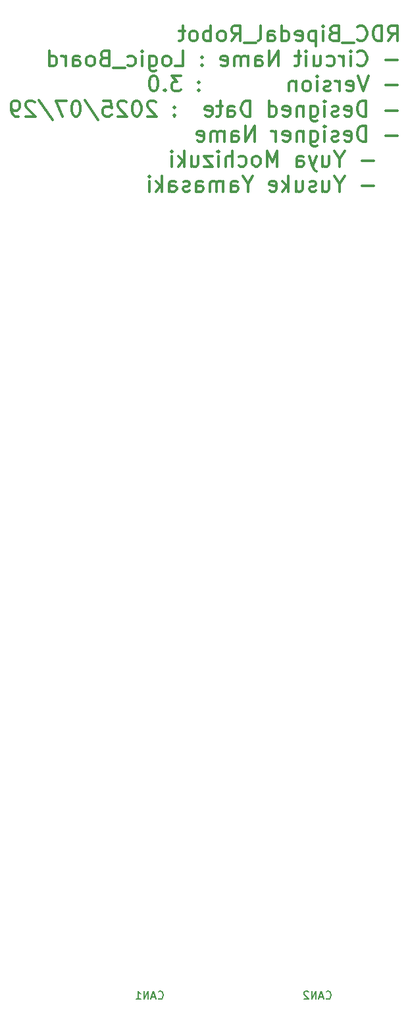
<source format=gbr>
%TF.GenerationSoftware,KiCad,Pcbnew,9.0.2*%
%TF.CreationDate,2025-09-29T11:38:53+09:00*%
%TF.ProjectId,RDC_Humanoid_Logic,5244435f-4875-46d6-916e-6f69645f4c6f,rev?*%
%TF.SameCoordinates,Original*%
%TF.FileFunction,Legend,Bot*%
%TF.FilePolarity,Positive*%
%FSLAX46Y46*%
G04 Gerber Fmt 4.6, Leading zero omitted, Abs format (unit mm)*
G04 Created by KiCad (PCBNEW 9.0.2) date 2025-09-29 11:38:53*
%MOMM*%
%LPD*%
G01*
G04 APERTURE LIST*
%ADD10C,0.150000*%
%ADD11C,0.300000*%
G04 APERTURE END LIST*
D10*
X196171792Y-156654580D02*
X196219411Y-156702200D01*
X196219411Y-156702200D02*
X196362268Y-156749819D01*
X196362268Y-156749819D02*
X196457506Y-156749819D01*
X196457506Y-156749819D02*
X196600363Y-156702200D01*
X196600363Y-156702200D02*
X196695601Y-156606961D01*
X196695601Y-156606961D02*
X196743220Y-156511723D01*
X196743220Y-156511723D02*
X196790839Y-156321247D01*
X196790839Y-156321247D02*
X196790839Y-156178390D01*
X196790839Y-156178390D02*
X196743220Y-155987914D01*
X196743220Y-155987914D02*
X196695601Y-155892676D01*
X196695601Y-155892676D02*
X196600363Y-155797438D01*
X196600363Y-155797438D02*
X196457506Y-155749819D01*
X196457506Y-155749819D02*
X196362268Y-155749819D01*
X196362268Y-155749819D02*
X196219411Y-155797438D01*
X196219411Y-155797438D02*
X196171792Y-155845057D01*
X195790839Y-156464104D02*
X195314649Y-156464104D01*
X195886077Y-156749819D02*
X195552744Y-155749819D01*
X195552744Y-155749819D02*
X195219411Y-156749819D01*
X194886077Y-156749819D02*
X194886077Y-155749819D01*
X194886077Y-155749819D02*
X194314649Y-156749819D01*
X194314649Y-156749819D02*
X194314649Y-155749819D01*
X193886077Y-155845057D02*
X193838458Y-155797438D01*
X193838458Y-155797438D02*
X193743220Y-155749819D01*
X193743220Y-155749819D02*
X193505125Y-155749819D01*
X193505125Y-155749819D02*
X193409887Y-155797438D01*
X193409887Y-155797438D02*
X193362268Y-155845057D01*
X193362268Y-155845057D02*
X193314649Y-155940295D01*
X193314649Y-155940295D02*
X193314649Y-156035533D01*
X193314649Y-156035533D02*
X193362268Y-156178390D01*
X193362268Y-156178390D02*
X193933696Y-156749819D01*
X193933696Y-156749819D02*
X193314649Y-156749819D01*
X174581792Y-156654580D02*
X174629411Y-156702200D01*
X174629411Y-156702200D02*
X174772268Y-156749819D01*
X174772268Y-156749819D02*
X174867506Y-156749819D01*
X174867506Y-156749819D02*
X175010363Y-156702200D01*
X175010363Y-156702200D02*
X175105601Y-156606961D01*
X175105601Y-156606961D02*
X175153220Y-156511723D01*
X175153220Y-156511723D02*
X175200839Y-156321247D01*
X175200839Y-156321247D02*
X175200839Y-156178390D01*
X175200839Y-156178390D02*
X175153220Y-155987914D01*
X175153220Y-155987914D02*
X175105601Y-155892676D01*
X175105601Y-155892676D02*
X175010363Y-155797438D01*
X175010363Y-155797438D02*
X174867506Y-155749819D01*
X174867506Y-155749819D02*
X174772268Y-155749819D01*
X174772268Y-155749819D02*
X174629411Y-155797438D01*
X174629411Y-155797438D02*
X174581792Y-155845057D01*
X174200839Y-156464104D02*
X173724649Y-156464104D01*
X174296077Y-156749819D02*
X173962744Y-155749819D01*
X173962744Y-155749819D02*
X173629411Y-156749819D01*
X173296077Y-156749819D02*
X173296077Y-155749819D01*
X173296077Y-155749819D02*
X172724649Y-156749819D01*
X172724649Y-156749819D02*
X172724649Y-155749819D01*
X171724649Y-156749819D02*
X172296077Y-156749819D01*
X172010363Y-156749819D02*
X172010363Y-155749819D01*
X172010363Y-155749819D02*
X172105601Y-155892676D01*
X172105601Y-155892676D02*
X172200839Y-155987914D01*
X172200839Y-155987914D02*
X172296077Y-156035533D01*
D11*
X204183584Y-33670310D02*
X204850251Y-32717929D01*
X205326441Y-33670310D02*
X205326441Y-31670310D01*
X205326441Y-31670310D02*
X204564536Y-31670310D01*
X204564536Y-31670310D02*
X204374060Y-31765548D01*
X204374060Y-31765548D02*
X204278822Y-31860786D01*
X204278822Y-31860786D02*
X204183584Y-32051262D01*
X204183584Y-32051262D02*
X204183584Y-32336976D01*
X204183584Y-32336976D02*
X204278822Y-32527452D01*
X204278822Y-32527452D02*
X204374060Y-32622691D01*
X204374060Y-32622691D02*
X204564536Y-32717929D01*
X204564536Y-32717929D02*
X205326441Y-32717929D01*
X203326441Y-33670310D02*
X203326441Y-31670310D01*
X203326441Y-31670310D02*
X202850251Y-31670310D01*
X202850251Y-31670310D02*
X202564536Y-31765548D01*
X202564536Y-31765548D02*
X202374060Y-31956024D01*
X202374060Y-31956024D02*
X202278822Y-32146500D01*
X202278822Y-32146500D02*
X202183584Y-32527452D01*
X202183584Y-32527452D02*
X202183584Y-32813167D01*
X202183584Y-32813167D02*
X202278822Y-33194119D01*
X202278822Y-33194119D02*
X202374060Y-33384595D01*
X202374060Y-33384595D02*
X202564536Y-33575072D01*
X202564536Y-33575072D02*
X202850251Y-33670310D01*
X202850251Y-33670310D02*
X203326441Y-33670310D01*
X200183584Y-33479833D02*
X200278822Y-33575072D01*
X200278822Y-33575072D02*
X200564536Y-33670310D01*
X200564536Y-33670310D02*
X200755012Y-33670310D01*
X200755012Y-33670310D02*
X201040727Y-33575072D01*
X201040727Y-33575072D02*
X201231203Y-33384595D01*
X201231203Y-33384595D02*
X201326441Y-33194119D01*
X201326441Y-33194119D02*
X201421679Y-32813167D01*
X201421679Y-32813167D02*
X201421679Y-32527452D01*
X201421679Y-32527452D02*
X201326441Y-32146500D01*
X201326441Y-32146500D02*
X201231203Y-31956024D01*
X201231203Y-31956024D02*
X201040727Y-31765548D01*
X201040727Y-31765548D02*
X200755012Y-31670310D01*
X200755012Y-31670310D02*
X200564536Y-31670310D01*
X200564536Y-31670310D02*
X200278822Y-31765548D01*
X200278822Y-31765548D02*
X200183584Y-31860786D01*
X199802632Y-33860786D02*
X198278822Y-33860786D01*
X197135964Y-32622691D02*
X196850250Y-32717929D01*
X196850250Y-32717929D02*
X196755012Y-32813167D01*
X196755012Y-32813167D02*
X196659774Y-33003643D01*
X196659774Y-33003643D02*
X196659774Y-33289357D01*
X196659774Y-33289357D02*
X196755012Y-33479833D01*
X196755012Y-33479833D02*
X196850250Y-33575072D01*
X196850250Y-33575072D02*
X197040726Y-33670310D01*
X197040726Y-33670310D02*
X197802631Y-33670310D01*
X197802631Y-33670310D02*
X197802631Y-31670310D01*
X197802631Y-31670310D02*
X197135964Y-31670310D01*
X197135964Y-31670310D02*
X196945488Y-31765548D01*
X196945488Y-31765548D02*
X196850250Y-31860786D01*
X196850250Y-31860786D02*
X196755012Y-32051262D01*
X196755012Y-32051262D02*
X196755012Y-32241738D01*
X196755012Y-32241738D02*
X196850250Y-32432214D01*
X196850250Y-32432214D02*
X196945488Y-32527452D01*
X196945488Y-32527452D02*
X197135964Y-32622691D01*
X197135964Y-32622691D02*
X197802631Y-32622691D01*
X195802631Y-33670310D02*
X195802631Y-32336976D01*
X195802631Y-31670310D02*
X195897869Y-31765548D01*
X195897869Y-31765548D02*
X195802631Y-31860786D01*
X195802631Y-31860786D02*
X195707393Y-31765548D01*
X195707393Y-31765548D02*
X195802631Y-31670310D01*
X195802631Y-31670310D02*
X195802631Y-31860786D01*
X194850250Y-32336976D02*
X194850250Y-34336976D01*
X194850250Y-32432214D02*
X194659774Y-32336976D01*
X194659774Y-32336976D02*
X194278821Y-32336976D01*
X194278821Y-32336976D02*
X194088345Y-32432214D01*
X194088345Y-32432214D02*
X193993107Y-32527452D01*
X193993107Y-32527452D02*
X193897869Y-32717929D01*
X193897869Y-32717929D02*
X193897869Y-33289357D01*
X193897869Y-33289357D02*
X193993107Y-33479833D01*
X193993107Y-33479833D02*
X194088345Y-33575072D01*
X194088345Y-33575072D02*
X194278821Y-33670310D01*
X194278821Y-33670310D02*
X194659774Y-33670310D01*
X194659774Y-33670310D02*
X194850250Y-33575072D01*
X192278821Y-33575072D02*
X192469297Y-33670310D01*
X192469297Y-33670310D02*
X192850250Y-33670310D01*
X192850250Y-33670310D02*
X193040726Y-33575072D01*
X193040726Y-33575072D02*
X193135964Y-33384595D01*
X193135964Y-33384595D02*
X193135964Y-32622691D01*
X193135964Y-32622691D02*
X193040726Y-32432214D01*
X193040726Y-32432214D02*
X192850250Y-32336976D01*
X192850250Y-32336976D02*
X192469297Y-32336976D01*
X192469297Y-32336976D02*
X192278821Y-32432214D01*
X192278821Y-32432214D02*
X192183583Y-32622691D01*
X192183583Y-32622691D02*
X192183583Y-32813167D01*
X192183583Y-32813167D02*
X193135964Y-33003643D01*
X190469297Y-33670310D02*
X190469297Y-31670310D01*
X190469297Y-33575072D02*
X190659773Y-33670310D01*
X190659773Y-33670310D02*
X191040726Y-33670310D01*
X191040726Y-33670310D02*
X191231202Y-33575072D01*
X191231202Y-33575072D02*
X191326440Y-33479833D01*
X191326440Y-33479833D02*
X191421678Y-33289357D01*
X191421678Y-33289357D02*
X191421678Y-32717929D01*
X191421678Y-32717929D02*
X191326440Y-32527452D01*
X191326440Y-32527452D02*
X191231202Y-32432214D01*
X191231202Y-32432214D02*
X191040726Y-32336976D01*
X191040726Y-32336976D02*
X190659773Y-32336976D01*
X190659773Y-32336976D02*
X190469297Y-32432214D01*
X188659773Y-33670310D02*
X188659773Y-32622691D01*
X188659773Y-32622691D02*
X188755011Y-32432214D01*
X188755011Y-32432214D02*
X188945487Y-32336976D01*
X188945487Y-32336976D02*
X189326440Y-32336976D01*
X189326440Y-32336976D02*
X189516916Y-32432214D01*
X188659773Y-33575072D02*
X188850249Y-33670310D01*
X188850249Y-33670310D02*
X189326440Y-33670310D01*
X189326440Y-33670310D02*
X189516916Y-33575072D01*
X189516916Y-33575072D02*
X189612154Y-33384595D01*
X189612154Y-33384595D02*
X189612154Y-33194119D01*
X189612154Y-33194119D02*
X189516916Y-33003643D01*
X189516916Y-33003643D02*
X189326440Y-32908405D01*
X189326440Y-32908405D02*
X188850249Y-32908405D01*
X188850249Y-32908405D02*
X188659773Y-32813167D01*
X187421678Y-33670310D02*
X187612154Y-33575072D01*
X187612154Y-33575072D02*
X187707392Y-33384595D01*
X187707392Y-33384595D02*
X187707392Y-31670310D01*
X187135964Y-33860786D02*
X185612154Y-33860786D01*
X183993106Y-33670310D02*
X184659773Y-32717929D01*
X185135963Y-33670310D02*
X185135963Y-31670310D01*
X185135963Y-31670310D02*
X184374058Y-31670310D01*
X184374058Y-31670310D02*
X184183582Y-31765548D01*
X184183582Y-31765548D02*
X184088344Y-31860786D01*
X184088344Y-31860786D02*
X183993106Y-32051262D01*
X183993106Y-32051262D02*
X183993106Y-32336976D01*
X183993106Y-32336976D02*
X184088344Y-32527452D01*
X184088344Y-32527452D02*
X184183582Y-32622691D01*
X184183582Y-32622691D02*
X184374058Y-32717929D01*
X184374058Y-32717929D02*
X185135963Y-32717929D01*
X182850249Y-33670310D02*
X183040725Y-33575072D01*
X183040725Y-33575072D02*
X183135963Y-33479833D01*
X183135963Y-33479833D02*
X183231201Y-33289357D01*
X183231201Y-33289357D02*
X183231201Y-32717929D01*
X183231201Y-32717929D02*
X183135963Y-32527452D01*
X183135963Y-32527452D02*
X183040725Y-32432214D01*
X183040725Y-32432214D02*
X182850249Y-32336976D01*
X182850249Y-32336976D02*
X182564534Y-32336976D01*
X182564534Y-32336976D02*
X182374058Y-32432214D01*
X182374058Y-32432214D02*
X182278820Y-32527452D01*
X182278820Y-32527452D02*
X182183582Y-32717929D01*
X182183582Y-32717929D02*
X182183582Y-33289357D01*
X182183582Y-33289357D02*
X182278820Y-33479833D01*
X182278820Y-33479833D02*
X182374058Y-33575072D01*
X182374058Y-33575072D02*
X182564534Y-33670310D01*
X182564534Y-33670310D02*
X182850249Y-33670310D01*
X181326439Y-33670310D02*
X181326439Y-31670310D01*
X181326439Y-32432214D02*
X181135963Y-32336976D01*
X181135963Y-32336976D02*
X180755010Y-32336976D01*
X180755010Y-32336976D02*
X180564534Y-32432214D01*
X180564534Y-32432214D02*
X180469296Y-32527452D01*
X180469296Y-32527452D02*
X180374058Y-32717929D01*
X180374058Y-32717929D02*
X180374058Y-33289357D01*
X180374058Y-33289357D02*
X180469296Y-33479833D01*
X180469296Y-33479833D02*
X180564534Y-33575072D01*
X180564534Y-33575072D02*
X180755010Y-33670310D01*
X180755010Y-33670310D02*
X181135963Y-33670310D01*
X181135963Y-33670310D02*
X181326439Y-33575072D01*
X179231201Y-33670310D02*
X179421677Y-33575072D01*
X179421677Y-33575072D02*
X179516915Y-33479833D01*
X179516915Y-33479833D02*
X179612153Y-33289357D01*
X179612153Y-33289357D02*
X179612153Y-32717929D01*
X179612153Y-32717929D02*
X179516915Y-32527452D01*
X179516915Y-32527452D02*
X179421677Y-32432214D01*
X179421677Y-32432214D02*
X179231201Y-32336976D01*
X179231201Y-32336976D02*
X178945486Y-32336976D01*
X178945486Y-32336976D02*
X178755010Y-32432214D01*
X178755010Y-32432214D02*
X178659772Y-32527452D01*
X178659772Y-32527452D02*
X178564534Y-32717929D01*
X178564534Y-32717929D02*
X178564534Y-33289357D01*
X178564534Y-33289357D02*
X178659772Y-33479833D01*
X178659772Y-33479833D02*
X178755010Y-33575072D01*
X178755010Y-33575072D02*
X178945486Y-33670310D01*
X178945486Y-33670310D02*
X179231201Y-33670310D01*
X177993105Y-32336976D02*
X177231201Y-32336976D01*
X177707391Y-31670310D02*
X177707391Y-33384595D01*
X177707391Y-33384595D02*
X177612153Y-33575072D01*
X177612153Y-33575072D02*
X177421677Y-33670310D01*
X177421677Y-33670310D02*
X177231201Y-33670310D01*
X205326441Y-36128293D02*
X203802632Y-36128293D01*
X200183584Y-36699721D02*
X200278822Y-36794960D01*
X200278822Y-36794960D02*
X200564536Y-36890198D01*
X200564536Y-36890198D02*
X200755012Y-36890198D01*
X200755012Y-36890198D02*
X201040727Y-36794960D01*
X201040727Y-36794960D02*
X201231203Y-36604483D01*
X201231203Y-36604483D02*
X201326441Y-36414007D01*
X201326441Y-36414007D02*
X201421679Y-36033055D01*
X201421679Y-36033055D02*
X201421679Y-35747340D01*
X201421679Y-35747340D02*
X201326441Y-35366388D01*
X201326441Y-35366388D02*
X201231203Y-35175912D01*
X201231203Y-35175912D02*
X201040727Y-34985436D01*
X201040727Y-34985436D02*
X200755012Y-34890198D01*
X200755012Y-34890198D02*
X200564536Y-34890198D01*
X200564536Y-34890198D02*
X200278822Y-34985436D01*
X200278822Y-34985436D02*
X200183584Y-35080674D01*
X199326441Y-36890198D02*
X199326441Y-35556864D01*
X199326441Y-34890198D02*
X199421679Y-34985436D01*
X199421679Y-34985436D02*
X199326441Y-35080674D01*
X199326441Y-35080674D02*
X199231203Y-34985436D01*
X199231203Y-34985436D02*
X199326441Y-34890198D01*
X199326441Y-34890198D02*
X199326441Y-35080674D01*
X198374060Y-36890198D02*
X198374060Y-35556864D01*
X198374060Y-35937817D02*
X198278822Y-35747340D01*
X198278822Y-35747340D02*
X198183584Y-35652102D01*
X198183584Y-35652102D02*
X197993108Y-35556864D01*
X197993108Y-35556864D02*
X197802631Y-35556864D01*
X196278822Y-36794960D02*
X196469298Y-36890198D01*
X196469298Y-36890198D02*
X196850251Y-36890198D01*
X196850251Y-36890198D02*
X197040727Y-36794960D01*
X197040727Y-36794960D02*
X197135965Y-36699721D01*
X197135965Y-36699721D02*
X197231203Y-36509245D01*
X197231203Y-36509245D02*
X197231203Y-35937817D01*
X197231203Y-35937817D02*
X197135965Y-35747340D01*
X197135965Y-35747340D02*
X197040727Y-35652102D01*
X197040727Y-35652102D02*
X196850251Y-35556864D01*
X196850251Y-35556864D02*
X196469298Y-35556864D01*
X196469298Y-35556864D02*
X196278822Y-35652102D01*
X194564536Y-35556864D02*
X194564536Y-36890198D01*
X195421679Y-35556864D02*
X195421679Y-36604483D01*
X195421679Y-36604483D02*
X195326441Y-36794960D01*
X195326441Y-36794960D02*
X195135965Y-36890198D01*
X195135965Y-36890198D02*
X194850250Y-36890198D01*
X194850250Y-36890198D02*
X194659774Y-36794960D01*
X194659774Y-36794960D02*
X194564536Y-36699721D01*
X193612155Y-36890198D02*
X193612155Y-35556864D01*
X193612155Y-34890198D02*
X193707393Y-34985436D01*
X193707393Y-34985436D02*
X193612155Y-35080674D01*
X193612155Y-35080674D02*
X193516917Y-34985436D01*
X193516917Y-34985436D02*
X193612155Y-34890198D01*
X193612155Y-34890198D02*
X193612155Y-35080674D01*
X192945488Y-35556864D02*
X192183584Y-35556864D01*
X192659774Y-34890198D02*
X192659774Y-36604483D01*
X192659774Y-36604483D02*
X192564536Y-36794960D01*
X192564536Y-36794960D02*
X192374060Y-36890198D01*
X192374060Y-36890198D02*
X192183584Y-36890198D01*
X189993107Y-36890198D02*
X189993107Y-34890198D01*
X189993107Y-34890198D02*
X188850250Y-36890198D01*
X188850250Y-36890198D02*
X188850250Y-34890198D01*
X187040726Y-36890198D02*
X187040726Y-35842579D01*
X187040726Y-35842579D02*
X187135964Y-35652102D01*
X187135964Y-35652102D02*
X187326440Y-35556864D01*
X187326440Y-35556864D02*
X187707393Y-35556864D01*
X187707393Y-35556864D02*
X187897869Y-35652102D01*
X187040726Y-36794960D02*
X187231202Y-36890198D01*
X187231202Y-36890198D02*
X187707393Y-36890198D01*
X187707393Y-36890198D02*
X187897869Y-36794960D01*
X187897869Y-36794960D02*
X187993107Y-36604483D01*
X187993107Y-36604483D02*
X187993107Y-36414007D01*
X187993107Y-36414007D02*
X187897869Y-36223531D01*
X187897869Y-36223531D02*
X187707393Y-36128293D01*
X187707393Y-36128293D02*
X187231202Y-36128293D01*
X187231202Y-36128293D02*
X187040726Y-36033055D01*
X186088345Y-36890198D02*
X186088345Y-35556864D01*
X186088345Y-35747340D02*
X185993107Y-35652102D01*
X185993107Y-35652102D02*
X185802631Y-35556864D01*
X185802631Y-35556864D02*
X185516916Y-35556864D01*
X185516916Y-35556864D02*
X185326440Y-35652102D01*
X185326440Y-35652102D02*
X185231202Y-35842579D01*
X185231202Y-35842579D02*
X185231202Y-36890198D01*
X185231202Y-35842579D02*
X185135964Y-35652102D01*
X185135964Y-35652102D02*
X184945488Y-35556864D01*
X184945488Y-35556864D02*
X184659774Y-35556864D01*
X184659774Y-35556864D02*
X184469297Y-35652102D01*
X184469297Y-35652102D02*
X184374059Y-35842579D01*
X184374059Y-35842579D02*
X184374059Y-36890198D01*
X182659773Y-36794960D02*
X182850249Y-36890198D01*
X182850249Y-36890198D02*
X183231202Y-36890198D01*
X183231202Y-36890198D02*
X183421678Y-36794960D01*
X183421678Y-36794960D02*
X183516916Y-36604483D01*
X183516916Y-36604483D02*
X183516916Y-35842579D01*
X183516916Y-35842579D02*
X183421678Y-35652102D01*
X183421678Y-35652102D02*
X183231202Y-35556864D01*
X183231202Y-35556864D02*
X182850249Y-35556864D01*
X182850249Y-35556864D02*
X182659773Y-35652102D01*
X182659773Y-35652102D02*
X182564535Y-35842579D01*
X182564535Y-35842579D02*
X182564535Y-36033055D01*
X182564535Y-36033055D02*
X183516916Y-36223531D01*
X180183582Y-36699721D02*
X180088344Y-36794960D01*
X180088344Y-36794960D02*
X180183582Y-36890198D01*
X180183582Y-36890198D02*
X180278820Y-36794960D01*
X180278820Y-36794960D02*
X180183582Y-36699721D01*
X180183582Y-36699721D02*
X180183582Y-36890198D01*
X180183582Y-35652102D02*
X180088344Y-35747340D01*
X180088344Y-35747340D02*
X180183582Y-35842579D01*
X180183582Y-35842579D02*
X180278820Y-35747340D01*
X180278820Y-35747340D02*
X180183582Y-35652102D01*
X180183582Y-35652102D02*
X180183582Y-35842579D01*
X176755010Y-36890198D02*
X177707391Y-36890198D01*
X177707391Y-36890198D02*
X177707391Y-34890198D01*
X175802629Y-36890198D02*
X175993105Y-36794960D01*
X175993105Y-36794960D02*
X176088343Y-36699721D01*
X176088343Y-36699721D02*
X176183581Y-36509245D01*
X176183581Y-36509245D02*
X176183581Y-35937817D01*
X176183581Y-35937817D02*
X176088343Y-35747340D01*
X176088343Y-35747340D02*
X175993105Y-35652102D01*
X175993105Y-35652102D02*
X175802629Y-35556864D01*
X175802629Y-35556864D02*
X175516914Y-35556864D01*
X175516914Y-35556864D02*
X175326438Y-35652102D01*
X175326438Y-35652102D02*
X175231200Y-35747340D01*
X175231200Y-35747340D02*
X175135962Y-35937817D01*
X175135962Y-35937817D02*
X175135962Y-36509245D01*
X175135962Y-36509245D02*
X175231200Y-36699721D01*
X175231200Y-36699721D02*
X175326438Y-36794960D01*
X175326438Y-36794960D02*
X175516914Y-36890198D01*
X175516914Y-36890198D02*
X175802629Y-36890198D01*
X173421676Y-35556864D02*
X173421676Y-37175912D01*
X173421676Y-37175912D02*
X173516914Y-37366388D01*
X173516914Y-37366388D02*
X173612152Y-37461626D01*
X173612152Y-37461626D02*
X173802629Y-37556864D01*
X173802629Y-37556864D02*
X174088343Y-37556864D01*
X174088343Y-37556864D02*
X174278819Y-37461626D01*
X173421676Y-36794960D02*
X173612152Y-36890198D01*
X173612152Y-36890198D02*
X173993105Y-36890198D01*
X173993105Y-36890198D02*
X174183581Y-36794960D01*
X174183581Y-36794960D02*
X174278819Y-36699721D01*
X174278819Y-36699721D02*
X174374057Y-36509245D01*
X174374057Y-36509245D02*
X174374057Y-35937817D01*
X174374057Y-35937817D02*
X174278819Y-35747340D01*
X174278819Y-35747340D02*
X174183581Y-35652102D01*
X174183581Y-35652102D02*
X173993105Y-35556864D01*
X173993105Y-35556864D02*
X173612152Y-35556864D01*
X173612152Y-35556864D02*
X173421676Y-35652102D01*
X172469295Y-36890198D02*
X172469295Y-35556864D01*
X172469295Y-34890198D02*
X172564533Y-34985436D01*
X172564533Y-34985436D02*
X172469295Y-35080674D01*
X172469295Y-35080674D02*
X172374057Y-34985436D01*
X172374057Y-34985436D02*
X172469295Y-34890198D01*
X172469295Y-34890198D02*
X172469295Y-35080674D01*
X170659771Y-36794960D02*
X170850247Y-36890198D01*
X170850247Y-36890198D02*
X171231200Y-36890198D01*
X171231200Y-36890198D02*
X171421676Y-36794960D01*
X171421676Y-36794960D02*
X171516914Y-36699721D01*
X171516914Y-36699721D02*
X171612152Y-36509245D01*
X171612152Y-36509245D02*
X171612152Y-35937817D01*
X171612152Y-35937817D02*
X171516914Y-35747340D01*
X171516914Y-35747340D02*
X171421676Y-35652102D01*
X171421676Y-35652102D02*
X171231200Y-35556864D01*
X171231200Y-35556864D02*
X170850247Y-35556864D01*
X170850247Y-35556864D02*
X170659771Y-35652102D01*
X170278819Y-37080674D02*
X168755009Y-37080674D01*
X167612151Y-35842579D02*
X167326437Y-35937817D01*
X167326437Y-35937817D02*
X167231199Y-36033055D01*
X167231199Y-36033055D02*
X167135961Y-36223531D01*
X167135961Y-36223531D02*
X167135961Y-36509245D01*
X167135961Y-36509245D02*
X167231199Y-36699721D01*
X167231199Y-36699721D02*
X167326437Y-36794960D01*
X167326437Y-36794960D02*
X167516913Y-36890198D01*
X167516913Y-36890198D02*
X168278818Y-36890198D01*
X168278818Y-36890198D02*
X168278818Y-34890198D01*
X168278818Y-34890198D02*
X167612151Y-34890198D01*
X167612151Y-34890198D02*
X167421675Y-34985436D01*
X167421675Y-34985436D02*
X167326437Y-35080674D01*
X167326437Y-35080674D02*
X167231199Y-35271150D01*
X167231199Y-35271150D02*
X167231199Y-35461626D01*
X167231199Y-35461626D02*
X167326437Y-35652102D01*
X167326437Y-35652102D02*
X167421675Y-35747340D01*
X167421675Y-35747340D02*
X167612151Y-35842579D01*
X167612151Y-35842579D02*
X168278818Y-35842579D01*
X165993104Y-36890198D02*
X166183580Y-36794960D01*
X166183580Y-36794960D02*
X166278818Y-36699721D01*
X166278818Y-36699721D02*
X166374056Y-36509245D01*
X166374056Y-36509245D02*
X166374056Y-35937817D01*
X166374056Y-35937817D02*
X166278818Y-35747340D01*
X166278818Y-35747340D02*
X166183580Y-35652102D01*
X166183580Y-35652102D02*
X165993104Y-35556864D01*
X165993104Y-35556864D02*
X165707389Y-35556864D01*
X165707389Y-35556864D02*
X165516913Y-35652102D01*
X165516913Y-35652102D02*
X165421675Y-35747340D01*
X165421675Y-35747340D02*
X165326437Y-35937817D01*
X165326437Y-35937817D02*
X165326437Y-36509245D01*
X165326437Y-36509245D02*
X165421675Y-36699721D01*
X165421675Y-36699721D02*
X165516913Y-36794960D01*
X165516913Y-36794960D02*
X165707389Y-36890198D01*
X165707389Y-36890198D02*
X165993104Y-36890198D01*
X163612151Y-36890198D02*
X163612151Y-35842579D01*
X163612151Y-35842579D02*
X163707389Y-35652102D01*
X163707389Y-35652102D02*
X163897865Y-35556864D01*
X163897865Y-35556864D02*
X164278818Y-35556864D01*
X164278818Y-35556864D02*
X164469294Y-35652102D01*
X163612151Y-36794960D02*
X163802627Y-36890198D01*
X163802627Y-36890198D02*
X164278818Y-36890198D01*
X164278818Y-36890198D02*
X164469294Y-36794960D01*
X164469294Y-36794960D02*
X164564532Y-36604483D01*
X164564532Y-36604483D02*
X164564532Y-36414007D01*
X164564532Y-36414007D02*
X164469294Y-36223531D01*
X164469294Y-36223531D02*
X164278818Y-36128293D01*
X164278818Y-36128293D02*
X163802627Y-36128293D01*
X163802627Y-36128293D02*
X163612151Y-36033055D01*
X162659770Y-36890198D02*
X162659770Y-35556864D01*
X162659770Y-35937817D02*
X162564532Y-35747340D01*
X162564532Y-35747340D02*
X162469294Y-35652102D01*
X162469294Y-35652102D02*
X162278818Y-35556864D01*
X162278818Y-35556864D02*
X162088341Y-35556864D01*
X160564532Y-36890198D02*
X160564532Y-34890198D01*
X160564532Y-36794960D02*
X160755008Y-36890198D01*
X160755008Y-36890198D02*
X161135961Y-36890198D01*
X161135961Y-36890198D02*
X161326437Y-36794960D01*
X161326437Y-36794960D02*
X161421675Y-36699721D01*
X161421675Y-36699721D02*
X161516913Y-36509245D01*
X161516913Y-36509245D02*
X161516913Y-35937817D01*
X161516913Y-35937817D02*
X161421675Y-35747340D01*
X161421675Y-35747340D02*
X161326437Y-35652102D01*
X161326437Y-35652102D02*
X161135961Y-35556864D01*
X161135961Y-35556864D02*
X160755008Y-35556864D01*
X160755008Y-35556864D02*
X160564532Y-35652102D01*
X205326441Y-39348181D02*
X203802632Y-39348181D01*
X201612155Y-38110086D02*
X200945489Y-40110086D01*
X200945489Y-40110086D02*
X200278822Y-38110086D01*
X198850250Y-40014848D02*
X199040726Y-40110086D01*
X199040726Y-40110086D02*
X199421679Y-40110086D01*
X199421679Y-40110086D02*
X199612155Y-40014848D01*
X199612155Y-40014848D02*
X199707393Y-39824371D01*
X199707393Y-39824371D02*
X199707393Y-39062467D01*
X199707393Y-39062467D02*
X199612155Y-38871990D01*
X199612155Y-38871990D02*
X199421679Y-38776752D01*
X199421679Y-38776752D02*
X199040726Y-38776752D01*
X199040726Y-38776752D02*
X198850250Y-38871990D01*
X198850250Y-38871990D02*
X198755012Y-39062467D01*
X198755012Y-39062467D02*
X198755012Y-39252943D01*
X198755012Y-39252943D02*
X199707393Y-39443419D01*
X197897869Y-40110086D02*
X197897869Y-38776752D01*
X197897869Y-39157705D02*
X197802631Y-38967228D01*
X197802631Y-38967228D02*
X197707393Y-38871990D01*
X197707393Y-38871990D02*
X197516917Y-38776752D01*
X197516917Y-38776752D02*
X197326440Y-38776752D01*
X196755012Y-40014848D02*
X196564536Y-40110086D01*
X196564536Y-40110086D02*
X196183584Y-40110086D01*
X196183584Y-40110086D02*
X195993107Y-40014848D01*
X195993107Y-40014848D02*
X195897869Y-39824371D01*
X195897869Y-39824371D02*
X195897869Y-39729133D01*
X195897869Y-39729133D02*
X195993107Y-39538657D01*
X195993107Y-39538657D02*
X196183584Y-39443419D01*
X196183584Y-39443419D02*
X196469298Y-39443419D01*
X196469298Y-39443419D02*
X196659774Y-39348181D01*
X196659774Y-39348181D02*
X196755012Y-39157705D01*
X196755012Y-39157705D02*
X196755012Y-39062467D01*
X196755012Y-39062467D02*
X196659774Y-38871990D01*
X196659774Y-38871990D02*
X196469298Y-38776752D01*
X196469298Y-38776752D02*
X196183584Y-38776752D01*
X196183584Y-38776752D02*
X195993107Y-38871990D01*
X195040726Y-40110086D02*
X195040726Y-38776752D01*
X195040726Y-38110086D02*
X195135964Y-38205324D01*
X195135964Y-38205324D02*
X195040726Y-38300562D01*
X195040726Y-38300562D02*
X194945488Y-38205324D01*
X194945488Y-38205324D02*
X195040726Y-38110086D01*
X195040726Y-38110086D02*
X195040726Y-38300562D01*
X193802631Y-40110086D02*
X193993107Y-40014848D01*
X193993107Y-40014848D02*
X194088345Y-39919609D01*
X194088345Y-39919609D02*
X194183583Y-39729133D01*
X194183583Y-39729133D02*
X194183583Y-39157705D01*
X194183583Y-39157705D02*
X194088345Y-38967228D01*
X194088345Y-38967228D02*
X193993107Y-38871990D01*
X193993107Y-38871990D02*
X193802631Y-38776752D01*
X193802631Y-38776752D02*
X193516916Y-38776752D01*
X193516916Y-38776752D02*
X193326440Y-38871990D01*
X193326440Y-38871990D02*
X193231202Y-38967228D01*
X193231202Y-38967228D02*
X193135964Y-39157705D01*
X193135964Y-39157705D02*
X193135964Y-39729133D01*
X193135964Y-39729133D02*
X193231202Y-39919609D01*
X193231202Y-39919609D02*
X193326440Y-40014848D01*
X193326440Y-40014848D02*
X193516916Y-40110086D01*
X193516916Y-40110086D02*
X193802631Y-40110086D01*
X192278821Y-38776752D02*
X192278821Y-40110086D01*
X192278821Y-38967228D02*
X192183583Y-38871990D01*
X192183583Y-38871990D02*
X191993107Y-38776752D01*
X191993107Y-38776752D02*
X191707392Y-38776752D01*
X191707392Y-38776752D02*
X191516916Y-38871990D01*
X191516916Y-38871990D02*
X191421678Y-39062467D01*
X191421678Y-39062467D02*
X191421678Y-40110086D01*
X179802627Y-39919609D02*
X179707389Y-40014848D01*
X179707389Y-40014848D02*
X179802627Y-40110086D01*
X179802627Y-40110086D02*
X179897865Y-40014848D01*
X179897865Y-40014848D02*
X179802627Y-39919609D01*
X179802627Y-39919609D02*
X179802627Y-40110086D01*
X179802627Y-38871990D02*
X179707389Y-38967228D01*
X179707389Y-38967228D02*
X179802627Y-39062467D01*
X179802627Y-39062467D02*
X179897865Y-38967228D01*
X179897865Y-38967228D02*
X179802627Y-38871990D01*
X179802627Y-38871990D02*
X179802627Y-39062467D01*
X177516912Y-38110086D02*
X176278817Y-38110086D01*
X176278817Y-38110086D02*
X176945484Y-38871990D01*
X176945484Y-38871990D02*
X176659769Y-38871990D01*
X176659769Y-38871990D02*
X176469293Y-38967228D01*
X176469293Y-38967228D02*
X176374055Y-39062467D01*
X176374055Y-39062467D02*
X176278817Y-39252943D01*
X176278817Y-39252943D02*
X176278817Y-39729133D01*
X176278817Y-39729133D02*
X176374055Y-39919609D01*
X176374055Y-39919609D02*
X176469293Y-40014848D01*
X176469293Y-40014848D02*
X176659769Y-40110086D01*
X176659769Y-40110086D02*
X177231198Y-40110086D01*
X177231198Y-40110086D02*
X177421674Y-40014848D01*
X177421674Y-40014848D02*
X177516912Y-39919609D01*
X175421674Y-39919609D02*
X175326436Y-40014848D01*
X175326436Y-40014848D02*
X175421674Y-40110086D01*
X175421674Y-40110086D02*
X175516912Y-40014848D01*
X175516912Y-40014848D02*
X175421674Y-39919609D01*
X175421674Y-39919609D02*
X175421674Y-40110086D01*
X174088341Y-38110086D02*
X173897864Y-38110086D01*
X173897864Y-38110086D02*
X173707388Y-38205324D01*
X173707388Y-38205324D02*
X173612150Y-38300562D01*
X173612150Y-38300562D02*
X173516912Y-38491038D01*
X173516912Y-38491038D02*
X173421674Y-38871990D01*
X173421674Y-38871990D02*
X173421674Y-39348181D01*
X173421674Y-39348181D02*
X173516912Y-39729133D01*
X173516912Y-39729133D02*
X173612150Y-39919609D01*
X173612150Y-39919609D02*
X173707388Y-40014848D01*
X173707388Y-40014848D02*
X173897864Y-40110086D01*
X173897864Y-40110086D02*
X174088341Y-40110086D01*
X174088341Y-40110086D02*
X174278817Y-40014848D01*
X174278817Y-40014848D02*
X174374055Y-39919609D01*
X174374055Y-39919609D02*
X174469293Y-39729133D01*
X174469293Y-39729133D02*
X174564531Y-39348181D01*
X174564531Y-39348181D02*
X174564531Y-38871990D01*
X174564531Y-38871990D02*
X174469293Y-38491038D01*
X174469293Y-38491038D02*
X174374055Y-38300562D01*
X174374055Y-38300562D02*
X174278817Y-38205324D01*
X174278817Y-38205324D02*
X174088341Y-38110086D01*
X205326441Y-42568069D02*
X203802632Y-42568069D01*
X201326441Y-43329974D02*
X201326441Y-41329974D01*
X201326441Y-41329974D02*
X200850251Y-41329974D01*
X200850251Y-41329974D02*
X200564536Y-41425212D01*
X200564536Y-41425212D02*
X200374060Y-41615688D01*
X200374060Y-41615688D02*
X200278822Y-41806164D01*
X200278822Y-41806164D02*
X200183584Y-42187116D01*
X200183584Y-42187116D02*
X200183584Y-42472831D01*
X200183584Y-42472831D02*
X200278822Y-42853783D01*
X200278822Y-42853783D02*
X200374060Y-43044259D01*
X200374060Y-43044259D02*
X200564536Y-43234736D01*
X200564536Y-43234736D02*
X200850251Y-43329974D01*
X200850251Y-43329974D02*
X201326441Y-43329974D01*
X198564536Y-43234736D02*
X198755012Y-43329974D01*
X198755012Y-43329974D02*
X199135965Y-43329974D01*
X199135965Y-43329974D02*
X199326441Y-43234736D01*
X199326441Y-43234736D02*
X199421679Y-43044259D01*
X199421679Y-43044259D02*
X199421679Y-42282355D01*
X199421679Y-42282355D02*
X199326441Y-42091878D01*
X199326441Y-42091878D02*
X199135965Y-41996640D01*
X199135965Y-41996640D02*
X198755012Y-41996640D01*
X198755012Y-41996640D02*
X198564536Y-42091878D01*
X198564536Y-42091878D02*
X198469298Y-42282355D01*
X198469298Y-42282355D02*
X198469298Y-42472831D01*
X198469298Y-42472831D02*
X199421679Y-42663307D01*
X197707393Y-43234736D02*
X197516917Y-43329974D01*
X197516917Y-43329974D02*
X197135965Y-43329974D01*
X197135965Y-43329974D02*
X196945488Y-43234736D01*
X196945488Y-43234736D02*
X196850250Y-43044259D01*
X196850250Y-43044259D02*
X196850250Y-42949021D01*
X196850250Y-42949021D02*
X196945488Y-42758545D01*
X196945488Y-42758545D02*
X197135965Y-42663307D01*
X197135965Y-42663307D02*
X197421679Y-42663307D01*
X197421679Y-42663307D02*
X197612155Y-42568069D01*
X197612155Y-42568069D02*
X197707393Y-42377593D01*
X197707393Y-42377593D02*
X197707393Y-42282355D01*
X197707393Y-42282355D02*
X197612155Y-42091878D01*
X197612155Y-42091878D02*
X197421679Y-41996640D01*
X197421679Y-41996640D02*
X197135965Y-41996640D01*
X197135965Y-41996640D02*
X196945488Y-42091878D01*
X195993107Y-43329974D02*
X195993107Y-41996640D01*
X195993107Y-41329974D02*
X196088345Y-41425212D01*
X196088345Y-41425212D02*
X195993107Y-41520450D01*
X195993107Y-41520450D02*
X195897869Y-41425212D01*
X195897869Y-41425212D02*
X195993107Y-41329974D01*
X195993107Y-41329974D02*
X195993107Y-41520450D01*
X194183583Y-41996640D02*
X194183583Y-43615688D01*
X194183583Y-43615688D02*
X194278821Y-43806164D01*
X194278821Y-43806164D02*
X194374059Y-43901402D01*
X194374059Y-43901402D02*
X194564536Y-43996640D01*
X194564536Y-43996640D02*
X194850250Y-43996640D01*
X194850250Y-43996640D02*
X195040726Y-43901402D01*
X194183583Y-43234736D02*
X194374059Y-43329974D01*
X194374059Y-43329974D02*
X194755012Y-43329974D01*
X194755012Y-43329974D02*
X194945488Y-43234736D01*
X194945488Y-43234736D02*
X195040726Y-43139497D01*
X195040726Y-43139497D02*
X195135964Y-42949021D01*
X195135964Y-42949021D02*
X195135964Y-42377593D01*
X195135964Y-42377593D02*
X195040726Y-42187116D01*
X195040726Y-42187116D02*
X194945488Y-42091878D01*
X194945488Y-42091878D02*
X194755012Y-41996640D01*
X194755012Y-41996640D02*
X194374059Y-41996640D01*
X194374059Y-41996640D02*
X194183583Y-42091878D01*
X193231202Y-41996640D02*
X193231202Y-43329974D01*
X193231202Y-42187116D02*
X193135964Y-42091878D01*
X193135964Y-42091878D02*
X192945488Y-41996640D01*
X192945488Y-41996640D02*
X192659773Y-41996640D01*
X192659773Y-41996640D02*
X192469297Y-42091878D01*
X192469297Y-42091878D02*
X192374059Y-42282355D01*
X192374059Y-42282355D02*
X192374059Y-43329974D01*
X190659773Y-43234736D02*
X190850249Y-43329974D01*
X190850249Y-43329974D02*
X191231202Y-43329974D01*
X191231202Y-43329974D02*
X191421678Y-43234736D01*
X191421678Y-43234736D02*
X191516916Y-43044259D01*
X191516916Y-43044259D02*
X191516916Y-42282355D01*
X191516916Y-42282355D02*
X191421678Y-42091878D01*
X191421678Y-42091878D02*
X191231202Y-41996640D01*
X191231202Y-41996640D02*
X190850249Y-41996640D01*
X190850249Y-41996640D02*
X190659773Y-42091878D01*
X190659773Y-42091878D02*
X190564535Y-42282355D01*
X190564535Y-42282355D02*
X190564535Y-42472831D01*
X190564535Y-42472831D02*
X191516916Y-42663307D01*
X188850249Y-43329974D02*
X188850249Y-41329974D01*
X188850249Y-43234736D02*
X189040725Y-43329974D01*
X189040725Y-43329974D02*
X189421678Y-43329974D01*
X189421678Y-43329974D02*
X189612154Y-43234736D01*
X189612154Y-43234736D02*
X189707392Y-43139497D01*
X189707392Y-43139497D02*
X189802630Y-42949021D01*
X189802630Y-42949021D02*
X189802630Y-42377593D01*
X189802630Y-42377593D02*
X189707392Y-42187116D01*
X189707392Y-42187116D02*
X189612154Y-42091878D01*
X189612154Y-42091878D02*
X189421678Y-41996640D01*
X189421678Y-41996640D02*
X189040725Y-41996640D01*
X189040725Y-41996640D02*
X188850249Y-42091878D01*
X186374058Y-43329974D02*
X186374058Y-41329974D01*
X186374058Y-41329974D02*
X185897868Y-41329974D01*
X185897868Y-41329974D02*
X185612153Y-41425212D01*
X185612153Y-41425212D02*
X185421677Y-41615688D01*
X185421677Y-41615688D02*
X185326439Y-41806164D01*
X185326439Y-41806164D02*
X185231201Y-42187116D01*
X185231201Y-42187116D02*
X185231201Y-42472831D01*
X185231201Y-42472831D02*
X185326439Y-42853783D01*
X185326439Y-42853783D02*
X185421677Y-43044259D01*
X185421677Y-43044259D02*
X185612153Y-43234736D01*
X185612153Y-43234736D02*
X185897868Y-43329974D01*
X185897868Y-43329974D02*
X186374058Y-43329974D01*
X183516915Y-43329974D02*
X183516915Y-42282355D01*
X183516915Y-42282355D02*
X183612153Y-42091878D01*
X183612153Y-42091878D02*
X183802629Y-41996640D01*
X183802629Y-41996640D02*
X184183582Y-41996640D01*
X184183582Y-41996640D02*
X184374058Y-42091878D01*
X183516915Y-43234736D02*
X183707391Y-43329974D01*
X183707391Y-43329974D02*
X184183582Y-43329974D01*
X184183582Y-43329974D02*
X184374058Y-43234736D01*
X184374058Y-43234736D02*
X184469296Y-43044259D01*
X184469296Y-43044259D02*
X184469296Y-42853783D01*
X184469296Y-42853783D02*
X184374058Y-42663307D01*
X184374058Y-42663307D02*
X184183582Y-42568069D01*
X184183582Y-42568069D02*
X183707391Y-42568069D01*
X183707391Y-42568069D02*
X183516915Y-42472831D01*
X182850248Y-41996640D02*
X182088344Y-41996640D01*
X182564534Y-41329974D02*
X182564534Y-43044259D01*
X182564534Y-43044259D02*
X182469296Y-43234736D01*
X182469296Y-43234736D02*
X182278820Y-43329974D01*
X182278820Y-43329974D02*
X182088344Y-43329974D01*
X180659772Y-43234736D02*
X180850248Y-43329974D01*
X180850248Y-43329974D02*
X181231201Y-43329974D01*
X181231201Y-43329974D02*
X181421677Y-43234736D01*
X181421677Y-43234736D02*
X181516915Y-43044259D01*
X181516915Y-43044259D02*
X181516915Y-42282355D01*
X181516915Y-42282355D02*
X181421677Y-42091878D01*
X181421677Y-42091878D02*
X181231201Y-41996640D01*
X181231201Y-41996640D02*
X180850248Y-41996640D01*
X180850248Y-41996640D02*
X180659772Y-42091878D01*
X180659772Y-42091878D02*
X180564534Y-42282355D01*
X180564534Y-42282355D02*
X180564534Y-42472831D01*
X180564534Y-42472831D02*
X181516915Y-42663307D01*
X176659771Y-43139497D02*
X176564533Y-43234736D01*
X176564533Y-43234736D02*
X176659771Y-43329974D01*
X176659771Y-43329974D02*
X176755009Y-43234736D01*
X176755009Y-43234736D02*
X176659771Y-43139497D01*
X176659771Y-43139497D02*
X176659771Y-43329974D01*
X176659771Y-42091878D02*
X176564533Y-42187116D01*
X176564533Y-42187116D02*
X176659771Y-42282355D01*
X176659771Y-42282355D02*
X176755009Y-42187116D01*
X176755009Y-42187116D02*
X176659771Y-42091878D01*
X176659771Y-42091878D02*
X176659771Y-42282355D01*
X174278818Y-41520450D02*
X174183580Y-41425212D01*
X174183580Y-41425212D02*
X173993104Y-41329974D01*
X173993104Y-41329974D02*
X173516913Y-41329974D01*
X173516913Y-41329974D02*
X173326437Y-41425212D01*
X173326437Y-41425212D02*
X173231199Y-41520450D01*
X173231199Y-41520450D02*
X173135961Y-41710926D01*
X173135961Y-41710926D02*
X173135961Y-41901402D01*
X173135961Y-41901402D02*
X173231199Y-42187116D01*
X173231199Y-42187116D02*
X174374056Y-43329974D01*
X174374056Y-43329974D02*
X173135961Y-43329974D01*
X171897866Y-41329974D02*
X171707389Y-41329974D01*
X171707389Y-41329974D02*
X171516913Y-41425212D01*
X171516913Y-41425212D02*
X171421675Y-41520450D01*
X171421675Y-41520450D02*
X171326437Y-41710926D01*
X171326437Y-41710926D02*
X171231199Y-42091878D01*
X171231199Y-42091878D02*
X171231199Y-42568069D01*
X171231199Y-42568069D02*
X171326437Y-42949021D01*
X171326437Y-42949021D02*
X171421675Y-43139497D01*
X171421675Y-43139497D02*
X171516913Y-43234736D01*
X171516913Y-43234736D02*
X171707389Y-43329974D01*
X171707389Y-43329974D02*
X171897866Y-43329974D01*
X171897866Y-43329974D02*
X172088342Y-43234736D01*
X172088342Y-43234736D02*
X172183580Y-43139497D01*
X172183580Y-43139497D02*
X172278818Y-42949021D01*
X172278818Y-42949021D02*
X172374056Y-42568069D01*
X172374056Y-42568069D02*
X172374056Y-42091878D01*
X172374056Y-42091878D02*
X172278818Y-41710926D01*
X172278818Y-41710926D02*
X172183580Y-41520450D01*
X172183580Y-41520450D02*
X172088342Y-41425212D01*
X172088342Y-41425212D02*
X171897866Y-41329974D01*
X170469294Y-41520450D02*
X170374056Y-41425212D01*
X170374056Y-41425212D02*
X170183580Y-41329974D01*
X170183580Y-41329974D02*
X169707389Y-41329974D01*
X169707389Y-41329974D02*
X169516913Y-41425212D01*
X169516913Y-41425212D02*
X169421675Y-41520450D01*
X169421675Y-41520450D02*
X169326437Y-41710926D01*
X169326437Y-41710926D02*
X169326437Y-41901402D01*
X169326437Y-41901402D02*
X169421675Y-42187116D01*
X169421675Y-42187116D02*
X170564532Y-43329974D01*
X170564532Y-43329974D02*
X169326437Y-43329974D01*
X167516913Y-41329974D02*
X168469294Y-41329974D01*
X168469294Y-41329974D02*
X168564532Y-42282355D01*
X168564532Y-42282355D02*
X168469294Y-42187116D01*
X168469294Y-42187116D02*
X168278818Y-42091878D01*
X168278818Y-42091878D02*
X167802627Y-42091878D01*
X167802627Y-42091878D02*
X167612151Y-42187116D01*
X167612151Y-42187116D02*
X167516913Y-42282355D01*
X167516913Y-42282355D02*
X167421675Y-42472831D01*
X167421675Y-42472831D02*
X167421675Y-42949021D01*
X167421675Y-42949021D02*
X167516913Y-43139497D01*
X167516913Y-43139497D02*
X167612151Y-43234736D01*
X167612151Y-43234736D02*
X167802627Y-43329974D01*
X167802627Y-43329974D02*
X168278818Y-43329974D01*
X168278818Y-43329974D02*
X168469294Y-43234736D01*
X168469294Y-43234736D02*
X168564532Y-43139497D01*
X165135961Y-41234736D02*
X166850246Y-43806164D01*
X164088342Y-41329974D02*
X163897865Y-41329974D01*
X163897865Y-41329974D02*
X163707389Y-41425212D01*
X163707389Y-41425212D02*
X163612151Y-41520450D01*
X163612151Y-41520450D02*
X163516913Y-41710926D01*
X163516913Y-41710926D02*
X163421675Y-42091878D01*
X163421675Y-42091878D02*
X163421675Y-42568069D01*
X163421675Y-42568069D02*
X163516913Y-42949021D01*
X163516913Y-42949021D02*
X163612151Y-43139497D01*
X163612151Y-43139497D02*
X163707389Y-43234736D01*
X163707389Y-43234736D02*
X163897865Y-43329974D01*
X163897865Y-43329974D02*
X164088342Y-43329974D01*
X164088342Y-43329974D02*
X164278818Y-43234736D01*
X164278818Y-43234736D02*
X164374056Y-43139497D01*
X164374056Y-43139497D02*
X164469294Y-42949021D01*
X164469294Y-42949021D02*
X164564532Y-42568069D01*
X164564532Y-42568069D02*
X164564532Y-42091878D01*
X164564532Y-42091878D02*
X164469294Y-41710926D01*
X164469294Y-41710926D02*
X164374056Y-41520450D01*
X164374056Y-41520450D02*
X164278818Y-41425212D01*
X164278818Y-41425212D02*
X164088342Y-41329974D01*
X162755008Y-41329974D02*
X161421675Y-41329974D01*
X161421675Y-41329974D02*
X162278818Y-43329974D01*
X159231199Y-41234736D02*
X160945484Y-43806164D01*
X158659770Y-41520450D02*
X158564532Y-41425212D01*
X158564532Y-41425212D02*
X158374056Y-41329974D01*
X158374056Y-41329974D02*
X157897865Y-41329974D01*
X157897865Y-41329974D02*
X157707389Y-41425212D01*
X157707389Y-41425212D02*
X157612151Y-41520450D01*
X157612151Y-41520450D02*
X157516913Y-41710926D01*
X157516913Y-41710926D02*
X157516913Y-41901402D01*
X157516913Y-41901402D02*
X157612151Y-42187116D01*
X157612151Y-42187116D02*
X158755008Y-43329974D01*
X158755008Y-43329974D02*
X157516913Y-43329974D01*
X156564532Y-43329974D02*
X156183580Y-43329974D01*
X156183580Y-43329974D02*
X155993103Y-43234736D01*
X155993103Y-43234736D02*
X155897865Y-43139497D01*
X155897865Y-43139497D02*
X155707389Y-42853783D01*
X155707389Y-42853783D02*
X155612151Y-42472831D01*
X155612151Y-42472831D02*
X155612151Y-41710926D01*
X155612151Y-41710926D02*
X155707389Y-41520450D01*
X155707389Y-41520450D02*
X155802627Y-41425212D01*
X155802627Y-41425212D02*
X155993103Y-41329974D01*
X155993103Y-41329974D02*
X156374056Y-41329974D01*
X156374056Y-41329974D02*
X156564532Y-41425212D01*
X156564532Y-41425212D02*
X156659770Y-41520450D01*
X156659770Y-41520450D02*
X156755008Y-41710926D01*
X156755008Y-41710926D02*
X156755008Y-42187116D01*
X156755008Y-42187116D02*
X156659770Y-42377593D01*
X156659770Y-42377593D02*
X156564532Y-42472831D01*
X156564532Y-42472831D02*
X156374056Y-42568069D01*
X156374056Y-42568069D02*
X155993103Y-42568069D01*
X155993103Y-42568069D02*
X155802627Y-42472831D01*
X155802627Y-42472831D02*
X155707389Y-42377593D01*
X155707389Y-42377593D02*
X155612151Y-42187116D01*
X205326441Y-45787957D02*
X203802632Y-45787957D01*
X201326441Y-46549862D02*
X201326441Y-44549862D01*
X201326441Y-44549862D02*
X200850251Y-44549862D01*
X200850251Y-44549862D02*
X200564536Y-44645100D01*
X200564536Y-44645100D02*
X200374060Y-44835576D01*
X200374060Y-44835576D02*
X200278822Y-45026052D01*
X200278822Y-45026052D02*
X200183584Y-45407004D01*
X200183584Y-45407004D02*
X200183584Y-45692719D01*
X200183584Y-45692719D02*
X200278822Y-46073671D01*
X200278822Y-46073671D02*
X200374060Y-46264147D01*
X200374060Y-46264147D02*
X200564536Y-46454624D01*
X200564536Y-46454624D02*
X200850251Y-46549862D01*
X200850251Y-46549862D02*
X201326441Y-46549862D01*
X198564536Y-46454624D02*
X198755012Y-46549862D01*
X198755012Y-46549862D02*
X199135965Y-46549862D01*
X199135965Y-46549862D02*
X199326441Y-46454624D01*
X199326441Y-46454624D02*
X199421679Y-46264147D01*
X199421679Y-46264147D02*
X199421679Y-45502243D01*
X199421679Y-45502243D02*
X199326441Y-45311766D01*
X199326441Y-45311766D02*
X199135965Y-45216528D01*
X199135965Y-45216528D02*
X198755012Y-45216528D01*
X198755012Y-45216528D02*
X198564536Y-45311766D01*
X198564536Y-45311766D02*
X198469298Y-45502243D01*
X198469298Y-45502243D02*
X198469298Y-45692719D01*
X198469298Y-45692719D02*
X199421679Y-45883195D01*
X197707393Y-46454624D02*
X197516917Y-46549862D01*
X197516917Y-46549862D02*
X197135965Y-46549862D01*
X197135965Y-46549862D02*
X196945488Y-46454624D01*
X196945488Y-46454624D02*
X196850250Y-46264147D01*
X196850250Y-46264147D02*
X196850250Y-46168909D01*
X196850250Y-46168909D02*
X196945488Y-45978433D01*
X196945488Y-45978433D02*
X197135965Y-45883195D01*
X197135965Y-45883195D02*
X197421679Y-45883195D01*
X197421679Y-45883195D02*
X197612155Y-45787957D01*
X197612155Y-45787957D02*
X197707393Y-45597481D01*
X197707393Y-45597481D02*
X197707393Y-45502243D01*
X197707393Y-45502243D02*
X197612155Y-45311766D01*
X197612155Y-45311766D02*
X197421679Y-45216528D01*
X197421679Y-45216528D02*
X197135965Y-45216528D01*
X197135965Y-45216528D02*
X196945488Y-45311766D01*
X195993107Y-46549862D02*
X195993107Y-45216528D01*
X195993107Y-44549862D02*
X196088345Y-44645100D01*
X196088345Y-44645100D02*
X195993107Y-44740338D01*
X195993107Y-44740338D02*
X195897869Y-44645100D01*
X195897869Y-44645100D02*
X195993107Y-44549862D01*
X195993107Y-44549862D02*
X195993107Y-44740338D01*
X194183583Y-45216528D02*
X194183583Y-46835576D01*
X194183583Y-46835576D02*
X194278821Y-47026052D01*
X194278821Y-47026052D02*
X194374059Y-47121290D01*
X194374059Y-47121290D02*
X194564536Y-47216528D01*
X194564536Y-47216528D02*
X194850250Y-47216528D01*
X194850250Y-47216528D02*
X195040726Y-47121290D01*
X194183583Y-46454624D02*
X194374059Y-46549862D01*
X194374059Y-46549862D02*
X194755012Y-46549862D01*
X194755012Y-46549862D02*
X194945488Y-46454624D01*
X194945488Y-46454624D02*
X195040726Y-46359385D01*
X195040726Y-46359385D02*
X195135964Y-46168909D01*
X195135964Y-46168909D02*
X195135964Y-45597481D01*
X195135964Y-45597481D02*
X195040726Y-45407004D01*
X195040726Y-45407004D02*
X194945488Y-45311766D01*
X194945488Y-45311766D02*
X194755012Y-45216528D01*
X194755012Y-45216528D02*
X194374059Y-45216528D01*
X194374059Y-45216528D02*
X194183583Y-45311766D01*
X193231202Y-45216528D02*
X193231202Y-46549862D01*
X193231202Y-45407004D02*
X193135964Y-45311766D01*
X193135964Y-45311766D02*
X192945488Y-45216528D01*
X192945488Y-45216528D02*
X192659773Y-45216528D01*
X192659773Y-45216528D02*
X192469297Y-45311766D01*
X192469297Y-45311766D02*
X192374059Y-45502243D01*
X192374059Y-45502243D02*
X192374059Y-46549862D01*
X190659773Y-46454624D02*
X190850249Y-46549862D01*
X190850249Y-46549862D02*
X191231202Y-46549862D01*
X191231202Y-46549862D02*
X191421678Y-46454624D01*
X191421678Y-46454624D02*
X191516916Y-46264147D01*
X191516916Y-46264147D02*
X191516916Y-45502243D01*
X191516916Y-45502243D02*
X191421678Y-45311766D01*
X191421678Y-45311766D02*
X191231202Y-45216528D01*
X191231202Y-45216528D02*
X190850249Y-45216528D01*
X190850249Y-45216528D02*
X190659773Y-45311766D01*
X190659773Y-45311766D02*
X190564535Y-45502243D01*
X190564535Y-45502243D02*
X190564535Y-45692719D01*
X190564535Y-45692719D02*
X191516916Y-45883195D01*
X189707392Y-46549862D02*
X189707392Y-45216528D01*
X189707392Y-45597481D02*
X189612154Y-45407004D01*
X189612154Y-45407004D02*
X189516916Y-45311766D01*
X189516916Y-45311766D02*
X189326440Y-45216528D01*
X189326440Y-45216528D02*
X189135963Y-45216528D01*
X186945487Y-46549862D02*
X186945487Y-44549862D01*
X186945487Y-44549862D02*
X185802630Y-46549862D01*
X185802630Y-46549862D02*
X185802630Y-44549862D01*
X183993106Y-46549862D02*
X183993106Y-45502243D01*
X183993106Y-45502243D02*
X184088344Y-45311766D01*
X184088344Y-45311766D02*
X184278820Y-45216528D01*
X184278820Y-45216528D02*
X184659773Y-45216528D01*
X184659773Y-45216528D02*
X184850249Y-45311766D01*
X183993106Y-46454624D02*
X184183582Y-46549862D01*
X184183582Y-46549862D02*
X184659773Y-46549862D01*
X184659773Y-46549862D02*
X184850249Y-46454624D01*
X184850249Y-46454624D02*
X184945487Y-46264147D01*
X184945487Y-46264147D02*
X184945487Y-46073671D01*
X184945487Y-46073671D02*
X184850249Y-45883195D01*
X184850249Y-45883195D02*
X184659773Y-45787957D01*
X184659773Y-45787957D02*
X184183582Y-45787957D01*
X184183582Y-45787957D02*
X183993106Y-45692719D01*
X183040725Y-46549862D02*
X183040725Y-45216528D01*
X183040725Y-45407004D02*
X182945487Y-45311766D01*
X182945487Y-45311766D02*
X182755011Y-45216528D01*
X182755011Y-45216528D02*
X182469296Y-45216528D01*
X182469296Y-45216528D02*
X182278820Y-45311766D01*
X182278820Y-45311766D02*
X182183582Y-45502243D01*
X182183582Y-45502243D02*
X182183582Y-46549862D01*
X182183582Y-45502243D02*
X182088344Y-45311766D01*
X182088344Y-45311766D02*
X181897868Y-45216528D01*
X181897868Y-45216528D02*
X181612154Y-45216528D01*
X181612154Y-45216528D02*
X181421677Y-45311766D01*
X181421677Y-45311766D02*
X181326439Y-45502243D01*
X181326439Y-45502243D02*
X181326439Y-46549862D01*
X179612153Y-46454624D02*
X179802629Y-46549862D01*
X179802629Y-46549862D02*
X180183582Y-46549862D01*
X180183582Y-46549862D02*
X180374058Y-46454624D01*
X180374058Y-46454624D02*
X180469296Y-46264147D01*
X180469296Y-46264147D02*
X180469296Y-45502243D01*
X180469296Y-45502243D02*
X180374058Y-45311766D01*
X180374058Y-45311766D02*
X180183582Y-45216528D01*
X180183582Y-45216528D02*
X179802629Y-45216528D01*
X179802629Y-45216528D02*
X179612153Y-45311766D01*
X179612153Y-45311766D02*
X179516915Y-45502243D01*
X179516915Y-45502243D02*
X179516915Y-45692719D01*
X179516915Y-45692719D02*
X180469296Y-45883195D01*
X202278821Y-49007845D02*
X200755012Y-49007845D01*
X197897869Y-48817369D02*
X197897869Y-49769750D01*
X198564535Y-47769750D02*
X197897869Y-48817369D01*
X197897869Y-48817369D02*
X197231202Y-47769750D01*
X195707392Y-48436416D02*
X195707392Y-49769750D01*
X196564535Y-48436416D02*
X196564535Y-49484035D01*
X196564535Y-49484035D02*
X196469297Y-49674512D01*
X196469297Y-49674512D02*
X196278821Y-49769750D01*
X196278821Y-49769750D02*
X195993106Y-49769750D01*
X195993106Y-49769750D02*
X195802630Y-49674512D01*
X195802630Y-49674512D02*
X195707392Y-49579273D01*
X194945487Y-48436416D02*
X194469297Y-49769750D01*
X193993106Y-48436416D02*
X194469297Y-49769750D01*
X194469297Y-49769750D02*
X194659773Y-50245940D01*
X194659773Y-50245940D02*
X194755011Y-50341178D01*
X194755011Y-50341178D02*
X194945487Y-50436416D01*
X192374058Y-49769750D02*
X192374058Y-48722131D01*
X192374058Y-48722131D02*
X192469296Y-48531654D01*
X192469296Y-48531654D02*
X192659772Y-48436416D01*
X192659772Y-48436416D02*
X193040725Y-48436416D01*
X193040725Y-48436416D02*
X193231201Y-48531654D01*
X192374058Y-49674512D02*
X192564534Y-49769750D01*
X192564534Y-49769750D02*
X193040725Y-49769750D01*
X193040725Y-49769750D02*
X193231201Y-49674512D01*
X193231201Y-49674512D02*
X193326439Y-49484035D01*
X193326439Y-49484035D02*
X193326439Y-49293559D01*
X193326439Y-49293559D02*
X193231201Y-49103083D01*
X193231201Y-49103083D02*
X193040725Y-49007845D01*
X193040725Y-49007845D02*
X192564534Y-49007845D01*
X192564534Y-49007845D02*
X192374058Y-48912607D01*
X189897867Y-49769750D02*
X189897867Y-47769750D01*
X189897867Y-47769750D02*
X189231200Y-49198321D01*
X189231200Y-49198321D02*
X188564534Y-47769750D01*
X188564534Y-47769750D02*
X188564534Y-49769750D01*
X187326439Y-49769750D02*
X187516915Y-49674512D01*
X187516915Y-49674512D02*
X187612153Y-49579273D01*
X187612153Y-49579273D02*
X187707391Y-49388797D01*
X187707391Y-49388797D02*
X187707391Y-48817369D01*
X187707391Y-48817369D02*
X187612153Y-48626892D01*
X187612153Y-48626892D02*
X187516915Y-48531654D01*
X187516915Y-48531654D02*
X187326439Y-48436416D01*
X187326439Y-48436416D02*
X187040724Y-48436416D01*
X187040724Y-48436416D02*
X186850248Y-48531654D01*
X186850248Y-48531654D02*
X186755010Y-48626892D01*
X186755010Y-48626892D02*
X186659772Y-48817369D01*
X186659772Y-48817369D02*
X186659772Y-49388797D01*
X186659772Y-49388797D02*
X186755010Y-49579273D01*
X186755010Y-49579273D02*
X186850248Y-49674512D01*
X186850248Y-49674512D02*
X187040724Y-49769750D01*
X187040724Y-49769750D02*
X187326439Y-49769750D01*
X184945486Y-49674512D02*
X185135962Y-49769750D01*
X185135962Y-49769750D02*
X185516915Y-49769750D01*
X185516915Y-49769750D02*
X185707391Y-49674512D01*
X185707391Y-49674512D02*
X185802629Y-49579273D01*
X185802629Y-49579273D02*
X185897867Y-49388797D01*
X185897867Y-49388797D02*
X185897867Y-48817369D01*
X185897867Y-48817369D02*
X185802629Y-48626892D01*
X185802629Y-48626892D02*
X185707391Y-48531654D01*
X185707391Y-48531654D02*
X185516915Y-48436416D01*
X185516915Y-48436416D02*
X185135962Y-48436416D01*
X185135962Y-48436416D02*
X184945486Y-48531654D01*
X184088343Y-49769750D02*
X184088343Y-47769750D01*
X183231200Y-49769750D02*
X183231200Y-48722131D01*
X183231200Y-48722131D02*
X183326438Y-48531654D01*
X183326438Y-48531654D02*
X183516914Y-48436416D01*
X183516914Y-48436416D02*
X183802629Y-48436416D01*
X183802629Y-48436416D02*
X183993105Y-48531654D01*
X183993105Y-48531654D02*
X184088343Y-48626892D01*
X182278819Y-49769750D02*
X182278819Y-48436416D01*
X182278819Y-47769750D02*
X182374057Y-47864988D01*
X182374057Y-47864988D02*
X182278819Y-47960226D01*
X182278819Y-47960226D02*
X182183581Y-47864988D01*
X182183581Y-47864988D02*
X182278819Y-47769750D01*
X182278819Y-47769750D02*
X182278819Y-47960226D01*
X181516914Y-48436416D02*
X180469295Y-48436416D01*
X180469295Y-48436416D02*
X181516914Y-49769750D01*
X181516914Y-49769750D02*
X180469295Y-49769750D01*
X178850247Y-48436416D02*
X178850247Y-49769750D01*
X179707390Y-48436416D02*
X179707390Y-49484035D01*
X179707390Y-49484035D02*
X179612152Y-49674512D01*
X179612152Y-49674512D02*
X179421676Y-49769750D01*
X179421676Y-49769750D02*
X179135961Y-49769750D01*
X179135961Y-49769750D02*
X178945485Y-49674512D01*
X178945485Y-49674512D02*
X178850247Y-49579273D01*
X177897866Y-49769750D02*
X177897866Y-47769750D01*
X177707390Y-49007845D02*
X177135961Y-49769750D01*
X177135961Y-48436416D02*
X177897866Y-49198321D01*
X176278818Y-49769750D02*
X176278818Y-48436416D01*
X176278818Y-47769750D02*
X176374056Y-47864988D01*
X176374056Y-47864988D02*
X176278818Y-47960226D01*
X176278818Y-47960226D02*
X176183580Y-47864988D01*
X176183580Y-47864988D02*
X176278818Y-47769750D01*
X176278818Y-47769750D02*
X176278818Y-47960226D01*
X202278821Y-52227733D02*
X200755012Y-52227733D01*
X197897869Y-52037257D02*
X197897869Y-52989638D01*
X198564535Y-50989638D02*
X197897869Y-52037257D01*
X197897869Y-52037257D02*
X197231202Y-50989638D01*
X195707392Y-51656304D02*
X195707392Y-52989638D01*
X196564535Y-51656304D02*
X196564535Y-52703923D01*
X196564535Y-52703923D02*
X196469297Y-52894400D01*
X196469297Y-52894400D02*
X196278821Y-52989638D01*
X196278821Y-52989638D02*
X195993106Y-52989638D01*
X195993106Y-52989638D02*
X195802630Y-52894400D01*
X195802630Y-52894400D02*
X195707392Y-52799161D01*
X194850249Y-52894400D02*
X194659773Y-52989638D01*
X194659773Y-52989638D02*
X194278821Y-52989638D01*
X194278821Y-52989638D02*
X194088344Y-52894400D01*
X194088344Y-52894400D02*
X193993106Y-52703923D01*
X193993106Y-52703923D02*
X193993106Y-52608685D01*
X193993106Y-52608685D02*
X194088344Y-52418209D01*
X194088344Y-52418209D02*
X194278821Y-52322971D01*
X194278821Y-52322971D02*
X194564535Y-52322971D01*
X194564535Y-52322971D02*
X194755011Y-52227733D01*
X194755011Y-52227733D02*
X194850249Y-52037257D01*
X194850249Y-52037257D02*
X194850249Y-51942019D01*
X194850249Y-51942019D02*
X194755011Y-51751542D01*
X194755011Y-51751542D02*
X194564535Y-51656304D01*
X194564535Y-51656304D02*
X194278821Y-51656304D01*
X194278821Y-51656304D02*
X194088344Y-51751542D01*
X192278820Y-51656304D02*
X192278820Y-52989638D01*
X193135963Y-51656304D02*
X193135963Y-52703923D01*
X193135963Y-52703923D02*
X193040725Y-52894400D01*
X193040725Y-52894400D02*
X192850249Y-52989638D01*
X192850249Y-52989638D02*
X192564534Y-52989638D01*
X192564534Y-52989638D02*
X192374058Y-52894400D01*
X192374058Y-52894400D02*
X192278820Y-52799161D01*
X191326439Y-52989638D02*
X191326439Y-50989638D01*
X191135963Y-52227733D02*
X190564534Y-52989638D01*
X190564534Y-51656304D02*
X191326439Y-52418209D01*
X188945486Y-52894400D02*
X189135962Y-52989638D01*
X189135962Y-52989638D02*
X189516915Y-52989638D01*
X189516915Y-52989638D02*
X189707391Y-52894400D01*
X189707391Y-52894400D02*
X189802629Y-52703923D01*
X189802629Y-52703923D02*
X189802629Y-51942019D01*
X189802629Y-51942019D02*
X189707391Y-51751542D01*
X189707391Y-51751542D02*
X189516915Y-51656304D01*
X189516915Y-51656304D02*
X189135962Y-51656304D01*
X189135962Y-51656304D02*
X188945486Y-51751542D01*
X188945486Y-51751542D02*
X188850248Y-51942019D01*
X188850248Y-51942019D02*
X188850248Y-52132495D01*
X188850248Y-52132495D02*
X189802629Y-52322971D01*
X186088343Y-52037257D02*
X186088343Y-52989638D01*
X186755009Y-50989638D02*
X186088343Y-52037257D01*
X186088343Y-52037257D02*
X185421676Y-50989638D01*
X183897866Y-52989638D02*
X183897866Y-51942019D01*
X183897866Y-51942019D02*
X183993104Y-51751542D01*
X183993104Y-51751542D02*
X184183580Y-51656304D01*
X184183580Y-51656304D02*
X184564533Y-51656304D01*
X184564533Y-51656304D02*
X184755009Y-51751542D01*
X183897866Y-52894400D02*
X184088342Y-52989638D01*
X184088342Y-52989638D02*
X184564533Y-52989638D01*
X184564533Y-52989638D02*
X184755009Y-52894400D01*
X184755009Y-52894400D02*
X184850247Y-52703923D01*
X184850247Y-52703923D02*
X184850247Y-52513447D01*
X184850247Y-52513447D02*
X184755009Y-52322971D01*
X184755009Y-52322971D02*
X184564533Y-52227733D01*
X184564533Y-52227733D02*
X184088342Y-52227733D01*
X184088342Y-52227733D02*
X183897866Y-52132495D01*
X182945485Y-52989638D02*
X182945485Y-51656304D01*
X182945485Y-51846780D02*
X182850247Y-51751542D01*
X182850247Y-51751542D02*
X182659771Y-51656304D01*
X182659771Y-51656304D02*
X182374056Y-51656304D01*
X182374056Y-51656304D02*
X182183580Y-51751542D01*
X182183580Y-51751542D02*
X182088342Y-51942019D01*
X182088342Y-51942019D02*
X182088342Y-52989638D01*
X182088342Y-51942019D02*
X181993104Y-51751542D01*
X181993104Y-51751542D02*
X181802628Y-51656304D01*
X181802628Y-51656304D02*
X181516914Y-51656304D01*
X181516914Y-51656304D02*
X181326437Y-51751542D01*
X181326437Y-51751542D02*
X181231199Y-51942019D01*
X181231199Y-51942019D02*
X181231199Y-52989638D01*
X179421675Y-52989638D02*
X179421675Y-51942019D01*
X179421675Y-51942019D02*
X179516913Y-51751542D01*
X179516913Y-51751542D02*
X179707389Y-51656304D01*
X179707389Y-51656304D02*
X180088342Y-51656304D01*
X180088342Y-51656304D02*
X180278818Y-51751542D01*
X179421675Y-52894400D02*
X179612151Y-52989638D01*
X179612151Y-52989638D02*
X180088342Y-52989638D01*
X180088342Y-52989638D02*
X180278818Y-52894400D01*
X180278818Y-52894400D02*
X180374056Y-52703923D01*
X180374056Y-52703923D02*
X180374056Y-52513447D01*
X180374056Y-52513447D02*
X180278818Y-52322971D01*
X180278818Y-52322971D02*
X180088342Y-52227733D01*
X180088342Y-52227733D02*
X179612151Y-52227733D01*
X179612151Y-52227733D02*
X179421675Y-52132495D01*
X178564532Y-52894400D02*
X178374056Y-52989638D01*
X178374056Y-52989638D02*
X177993104Y-52989638D01*
X177993104Y-52989638D02*
X177802627Y-52894400D01*
X177802627Y-52894400D02*
X177707389Y-52703923D01*
X177707389Y-52703923D02*
X177707389Y-52608685D01*
X177707389Y-52608685D02*
X177802627Y-52418209D01*
X177802627Y-52418209D02*
X177993104Y-52322971D01*
X177993104Y-52322971D02*
X178278818Y-52322971D01*
X178278818Y-52322971D02*
X178469294Y-52227733D01*
X178469294Y-52227733D02*
X178564532Y-52037257D01*
X178564532Y-52037257D02*
X178564532Y-51942019D01*
X178564532Y-51942019D02*
X178469294Y-51751542D01*
X178469294Y-51751542D02*
X178278818Y-51656304D01*
X178278818Y-51656304D02*
X177993104Y-51656304D01*
X177993104Y-51656304D02*
X177802627Y-51751542D01*
X175993103Y-52989638D02*
X175993103Y-51942019D01*
X175993103Y-51942019D02*
X176088341Y-51751542D01*
X176088341Y-51751542D02*
X176278817Y-51656304D01*
X176278817Y-51656304D02*
X176659770Y-51656304D01*
X176659770Y-51656304D02*
X176850246Y-51751542D01*
X175993103Y-52894400D02*
X176183579Y-52989638D01*
X176183579Y-52989638D02*
X176659770Y-52989638D01*
X176659770Y-52989638D02*
X176850246Y-52894400D01*
X176850246Y-52894400D02*
X176945484Y-52703923D01*
X176945484Y-52703923D02*
X176945484Y-52513447D01*
X176945484Y-52513447D02*
X176850246Y-52322971D01*
X176850246Y-52322971D02*
X176659770Y-52227733D01*
X176659770Y-52227733D02*
X176183579Y-52227733D01*
X176183579Y-52227733D02*
X175993103Y-52132495D01*
X175040722Y-52989638D02*
X175040722Y-50989638D01*
X174850246Y-52227733D02*
X174278817Y-52989638D01*
X174278817Y-51656304D02*
X175040722Y-52418209D01*
X173421674Y-52989638D02*
X173421674Y-51656304D01*
X173421674Y-50989638D02*
X173516912Y-51084876D01*
X173516912Y-51084876D02*
X173421674Y-51180114D01*
X173421674Y-51180114D02*
X173326436Y-51084876D01*
X173326436Y-51084876D02*
X173421674Y-50989638D01*
X173421674Y-50989638D02*
X173421674Y-51180114D01*
M02*

</source>
